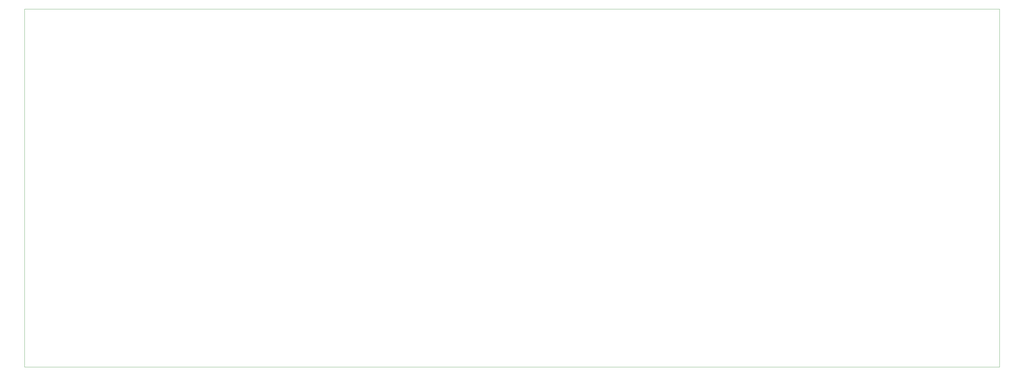
<source format=gm1>
%FSLAX43Y43*%
%MOMM*%
G71*
G01*
G75*
G04 Layer_Color=16711935*
%ADD10C,0.250*%
%ADD11C,0.254*%
%ADD12C,0.100*%
%ADD13C,1.500*%
%ADD14C,1.500*%
%ADD15C,1.400*%
%ADD16C,1.778*%
%ADD17C,1.600*%
%ADD18C,1.000*%
%ADD19C,2.000*%
%ADD20C,0.200*%
%ADD21C,0.127*%
%ADD22C,0.500*%
%ADD23C,1.700*%
%ADD24C,1.700*%
%ADD25C,1.600*%
%ADD26C,1.978*%
%ADD27C,1.800*%
D12*
X-0Y-0D02*
Y114000D01*
Y-0D02*
X310000D01*
Y114000D01*
X-0D02*
X310000D01*
X-0Y-0D02*
Y114000D01*
Y-0D02*
X310000D01*
Y114000D01*
X-0D02*
X310000D01*
M02*

</source>
